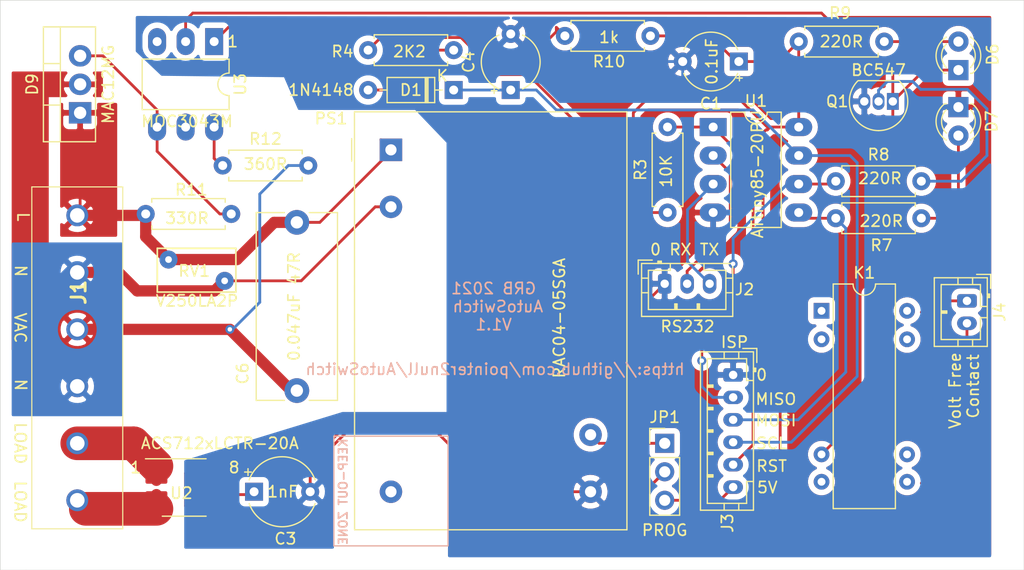
<source format=kicad_pcb>
(kicad_pcb (version 20211014) (generator pcbnew)
  (layers (0 "F.Cu" signal) (31 "B.Cu" signal) (34 "B.Paste" user) (35 "F.Paste" user) (36 "B.SilkS" user "B.Silkscreen") (37 "F.SilkS" user "F.Silkscreen") (38 "B.Mask" user) (39 "F.Mask" user) (44 "Edge.Cuts" user))
  (net 0 "")
  (net 1 "VCC")
  (net 2 "0V")
  (net 3 "Net-(C3-Pad1)")
  (net 4 "SCL")
  (net 5 "HOT")
  (net 6 "VAC")
  (net 7 "Net-(D1-Pad2)")
  (net 8 "Net-(D6-Pad2)")
  (net 9 "Net-(D6-Pad1)")
  (net 10 "Net-(D7-Pad2)")
  (net 11 "Net-(D9-Pad3)")
  (net 12 "NEUTRAL")
  (net 13 "LOAD")
  (net 14 "TX")
  (net 15 "RX")
  (net 16 "MISO")
  (net 17 "MOSI")
  (net 18 "RESET")
  (net 19 "SW2")
  (net 20 "SW1")
  (net 21 "Net-(JP1-Pad1)")
  (net 22 "+5V")
  (net 23 "Net-(PS1-Pad3)")
  (net 24 "Net-(Q1-Pad2)")
  (net 25 "Net-(R4-Pad2)")
  (net 26 "Net-(R10-Pad2)")
  (net 27 "Net-(R12-Pad1)")
  (net 28 "Net-(U3-Pad5)")
  (net 29 "Net-(U3-Pad3)")
  (net 30 "LOAD1")
  (footprint "Capacitor_THT:CP_Radial_Tantal_D5.0mm_P5.00mm" (layer "F.Cu") (at 170.18 82.931 180)
    (fp_text reference "C1" (at 2.5 -3.75) (layer "F.SilkS"))
    (fp_text value "0.1uF" (at 2.413 0 90) (layer "F.SilkS"))
    (pad "1" thru_hole rect locked (at 0 0 180) (size 1.6 1.6) (drill 0.8) (layers *.Cu *.Mask) (net 1 "VCC"))
    (pad "2" thru_hole circle locked (at 5 0 180) (size 1.6 1.6) (drill 0.8) (layers *.Cu *.Mask) (net 2 "0V"))
  )
  (footprint "Capacitor_THT:CP_Radial_Tantal_D6.0mm_P5.00mm" (layer "F.Cu") (at 127 121.285)
    (fp_text reference "C3" (at 2.794 4.191) (layer "F.SilkS"))
    (fp_text value "1nF" (at 2.54 0) (layer "F.SilkS"))
    (pad "1" thru_hole rect locked (at 0 0) (size 1.6 1.6) (drill 0.8) (layers *.Cu *.Mask) (net 3 "Net-(C3-Pad1)"))
    (pad "2" thru_hole circle locked (at 5 0) (size 1.6 1.6) (drill 0.8) (layers *.Cu *.Mask) (net 2 "0V"))
  )
  (footprint "Capacitor_THT:CP_Radial_Tantal_D5.0mm_P5.00mm" (layer "F.Cu") (at 149.86 85.471 90)
    (fp_text reference "C4" (at 2.5 -3.75 90) (layer "F.SilkS"))
    (fp_text value "10pF")
    (pad "1" thru_hole rect locked (at 0 0 90) (size 1.6 1.6) (drill 0.8) (layers *.Cu *.Mask) (net 4 "SCL"))
    (pad "2" thru_hole circle locked (at 5 0 90) (size 1.6 1.6) (drill 0.8) (layers *.Cu *.Mask) (net 2 "0V"))
  )
  (footprint "Diode_THT:D_DO-35_SOD27_P7.62mm_Horizontal" (layer "F.Cu") (at 144.78 85.471 180)
    (fp_text reference "D1" (at 3.81 0) (layer "F.SilkS"))
    (fp_text value "1N4148" (at 11.811 0) (layer "F.SilkS"))
    (fp_text user "K" (at 1.016 1.27) (layer "F.SilkS"))
    (pad "1" thru_hole rect locked (at 0 0 180) (size 1.6 1.6) (drill 0.8) (layers *.Cu *.Mask) (net 4 "SCL"))
    (pad "2" thru_hole oval locked (at 7.62 0 180) (size 1.6 1.6) (drill 0.8) (layers *.Cu *.Mask) (net 7 "Net-(D1-Pad2)"))
  )
  (footprint "LED_THT:LED_D3.0mm" (layer "F.Cu") (at 189.738 83.693 90)
    (fp_text reference "D6" (at 1.397 3.048 90) (layer "F.SilkS"))
    (fp_text value "RED LED")
    (pad "1" thru_hole rect locked (at 0 0 90) (size 1.8 1.8) (drill 0.9) (layers *.Cu *.Mask) (net 9 "Net-(D6-Pad1)"))
    (pad "2" thru_hole circle locked (at 2.54 0 90) (size 1.8 1.8) (drill 0.9) (layers *.Cu *.Mask) (net 8 "Net-(D6-Pad2)"))
  )
  (footprint "LED_THT:LED_D3.0mm" (layer "F.Cu") (at 189.738 86.995 -90)
    (fp_text reference "D7" (at 1.27 -2.96 90) (layer "F.SilkS"))
    (fp_text value "ORANGE LED")
    (pad "1" thru_hole rect locked (at 0 0 270) (size 1.8 1.8) (drill 0.9) (layers *.Cu *.Mask) (net 2 "0V"))
    (pad "2" thru_hole circle locked (at 2.54 0 270) (size 1.8 1.8) (drill 0.9) (layers *.Cu *.Mask) (net 10 "Net-(D7-Pad2)"))
  )
  (footprint "Package_TO_SOT_THT:TO-220-3_Vertical" (layer "F.Cu") (at 111.506 87.503 90)
    (fp_text reference "D9" (at 2.54 -4.27 90) (layer "F.SilkS"))
    (fp_text value "MAC12MG" (at 2.54 2.5 90) (layer "F.SilkS"))
    (pad "1" thru_hole rect locked (at 0 0 90) (size 1.905 2) (drill 1.1) (layers *.Cu *.Mask) (net 5 "HOT"))
    (pad "2" thru_hole oval locked (at 2.54 0 90) (size 1.905 2) (drill 1.1) (layers *.Cu *.Mask) (net 6 "VAC"))
    (pad "3" thru_hole oval locked (at 5.08 0 90) (size 1.905 2) (drill 1.1) (layers *.Cu *.Mask) (net 11 "Net-(D9-Pad3)"))
  )
  (footprint "Samsys:1729160" (layer "F.Cu") (at 111.252 96.647 -90)
    (fp_text reference "J1" (at 6.858 -0.127 90) (layer "F.SilkS") (effects (font (size 1.27 1.27) (thickness 0.254))))
    (fp_text value "Mains" hide)
    (pad "1" thru_hole circle locked (at 0 0 270) (size 1.95 1.95) (drill 1.3) (layers *.Cu *.Mask) (net 5 "HOT"))
    (pad "2" thru_hole circle locked (at 5.08 0 270) (size 1.95 1.95) (drill 1.3) (layers *.Cu *.Mask) (net 12 "NEUTRAL"))
    (pad "3" thru_hole circle locked (at 10.16 0 270) (size 1.95 1.95) (drill 1.3) (layers *.Cu *.Mask) (net 6 "VAC"))
    (pad "4" thru_hole circle locked (at 15.24 0 270) (size 1.95 1.95) (drill 1.3) (layers *.Cu *.Mask) (net 12 "NEUTRAL"))
    (pad "5" thru_hole circle locked (at 20.32 0 270) (size 1.95 1.95) (drill 1.3) (layers *.Cu *.Mask) (net 30 "LOAD1"))
    (pad "6" thru_hole circle locked (at 25.4 0 270) (size 1.95 1.95) (drill 1.3) (layers *.Cu *.Mask) (net 13 "LOAD"))
  )
  (footprint "Connector_JST:JST_PH_B3B-PH-K_1x03_P2.00mm_Vertical" (layer "F.Cu") (at 163.576 102.743)
    (fp_text reference "J2" (at 7.112 0.508) (layer "F.SilkS"))
    (fp_text value "RS232")
    (pad "1" thru_hole roundrect locked (at 0 0) (size 1.2 1.75) (drill 0.75) (layers *.Cu *.Mask) (roundrect_rratio 0.2083325) (net 2 "0V"))
    (pad "2" thru_hole oval locked (at 2 0) (size 1.2 1.75) (drill 0.75) (layers *.Cu *.Mask) (net 14 "TX"))
    (pad "3" thru_hole oval locked (at 4 0) (size 1.2 1.75) (drill 0.75) (layers *.Cu *.Mask) (net 15 "RX"))
  )
  (footprint "Connector_JST:JST_PH_B6B-PH-K_1x06_P2.00mm_Vertical" (layer "F.Cu") (at 169.672 110.871 -90)
    (fp_text reference "J3" (at 13.208 0.508 90) (layer "F.SilkS"))
    (fp_text value "ISP")
    (pad "1" thru_hole roundrect locked (at 0 0 270) (size 1.2 1.75) (drill 0.75) (layers *.Cu *.Mask) (roundrect_rratio 0.2083325) (net 2 "0V"))
    (pad "2" thru_hole oval locked (at 2 0 270) (size 1.2 1.75) (drill 0.75) (layers *.Cu *.Mask) (net 16 "MISO"))
    (pad "3" thru_hole oval locked (at 4 0 270) (size 1.2 1.75) (drill 0.75) (layers *.Cu *.Mask) (net 17 "MOSI"))
    (pad "4" thru_hole oval locked (at 6 0 270) (size 1.2 1.75) (drill 0.75) (layers *.Cu *.Mask) (net 4 "SCL"))
    (pad "5" thru_hole oval locked (at 8 0 270) (size 1.2 1.75) (drill 0.75) (layers *.Cu *.Mask) (net 18 "RESET"))
    (pad "6" thru_hole oval locked (at 10 0 270) (size 1.2 1.75) (drill 0.75) (layers *.Cu *.Mask) (net 22 "+5V"))
  )
  (footprint "Connector_JST:JST_PH_B2B-PH-K_1x02_P2.00mm_Vertical" (layer "F.Cu") (at 190.5 104.267 -90)
    (fp_text reference "J4" (at 1 -2.9 90) (layer "F.SilkS"))
    (fp_text value "VoltFreeContact")
    (pad "1" thru_hole roundrect locked (at 0 0 270) (size 1.2 1.75) (drill 0.75) (layers *.Cu *.Mask) (roundrect_rratio 0.2083325) (net 19 "SW2"))
    (pad "2" thru_hole oval locked (at 2 0 270) (size 1.2 1.75) (drill 0.75) (layers *.Cu *.Mask) (net 20 "SW1"))
  )
  (footprint "Relay_THT:Relay_StandexMeder_DIP_LowProfile" (layer "F.Cu") (at 177.546 105.156)
    (fp_text reference "K1" (at 3.81 -3.39) (layer "F.SilkS"))
    (fp_text value "HE721A0510")
    (pad "1" thru_hole rect locked (at 0 0) (size 1.4 1.4) (drill 0.7) (layers *.Cu *.Mask))
    (pad "2" thru_hole circle locked (at 0 2.54) (size 1.4 1.4) (drill 0.7) (layers *.Cu *.Mask) (net 1 "VCC"))
    (pad "6" thru_hole circle locked (at 0 12.8) (size 1.4 1.4) (drill 0.7) (layers *.Cu *.Mask) (net 9 "Net-(D6-Pad1)"))
    (pad "7" thru_hole circle locked (at 0 15.24) (size 1.4 1.4) (drill 0.7) (layers *.Cu *.Mask))
    (pad "8" thru_hole circle locked (at 7.62 15.24) (size 1.4 1.4) (drill 0.7) (layers *.Cu *.Mask) (net 20 "SW1"))
    (pad "9" thru_hole circle locked (at 7.62 12.8) (size 1.4 1.4) (drill 0.7) (layers *.Cu *.Mask))
    (pad "13" thru_hole circle locked (at 7.62 2.54) (size 1.4 1.4) (drill 0.7) (layers *.Cu *.Mask))
    (pad "14" thru_hole circle locked (at 7.62 0) (size 1.4 1.4) (drill 0.7) (layers *.Cu *.Mask) (net 19 "SW2"))
  )
  (footprint "Converter_ACDC:Converter_ACDC_RECOM_RAC04-xxSGx_THT" (layer "F.Cu") (at 139.192 90.805)
    (fp_text reference "PS1" (at -5.334 -2.794 180) (layer "F.SilkS"))
    (fp_text value "RAC04-05SGA" (at 15 15 -90) (layer "F.SilkS"))
    (fp_text user "KEEP-OUT ZONE" (at -4.26 30.48 90) (layer "B.SilkS") (effects (font (size 0.75 0.75)) (justify mirror)))
    (pad "1" thru_hole rect locked (at 0 0 90) (size 2 2) (drill 1) (layers *.Cu *.Mask) (net 5 "HOT"))
    (pad "2" thru_hole circle locked (at 0 5.08 90) (size 2 2) (drill 1) (layers *.Cu *.Mask) (net 12 "NEUTRAL"))
    (pad "3" thru_hole circle locked (at 0 30.48 180) (size 2 2) (drill 1) (layers *.Cu *.Mask) (net 23 "Net-(PS1-Pad3)"))
    (pad "4" thru_hole circle locked (at 17.78 30.48 90) (size 2 2) (drill 1) (layers *.Cu *.Mask) (net 2 "0V"))
    (pad "5" thru_hole circle locked (at 17.78 25.4 90) (size 2 2) (drill 1) (layers *.Cu *.Mask) (net 21 "Net-(JP1-Pad1)"))
  )
  (footprint "Resistor_THT:R_Axial_DIN0207_L6.3mm_D2.5mm_P7.62mm_Horizontal" (layer "F.Cu") (at 163.83 88.773 -90)
    (fp_text reference "R3" (at 3.81 2.413 90) (layer "F.SilkS"))
    (fp_text value "10K" (at 3.937 0.127 90) (layer "F.SilkS"))
    (pad "1" thru_hole circle locked (at 0 0 270) (size 1.6 1.6) (drill 0.8) (layers *.Cu *.Mask) (net 18 "RESET"))
    (pad "2" thru_hole oval locked (at 7.62 0 270) (size 1.6 1.6) (drill 0.8) (layers *.Cu *.Mask) (net 1 "VCC"))
  )
  (footprint "Resistor_THT:R_Axial_DIN0207_L6.3mm_D2.5mm_P7.62mm_Horizontal" (layer "F.Cu") (at 144.78 81.915 180)
    (fp_text reference "R4" (at 9.906 -0.127) (layer "F.SilkS"))
    (fp_text value "2K2" (at 3.937 -0.127) (layer "F.SilkS"))
    (pad "1" thru_hole circle locked (at 0 0 180) (size 1.6 1.6) (drill 0.8) (layers *.Cu *.Mask) (net 7 "Net-(D1-Pad2)"))
    (pad "2" thru_hole oval locked (at 7.62 0 180) (size 1.6 1.6) (drill 0.8) (layers *.Cu *.Mask) (net 25 "Net-(R4-Pad2)"))
  )
  (footprint "Resistor_THT:R_Axial_DIN0207_L6.3mm_D2.5mm_P7.62mm_Horizontal" (layer "F.Cu") (at 178.816 96.901)
    (fp_text reference "R7" (at 4.064 2.413) (layer "F.SilkS"))
    (fp_text value "220R" (at 4.064 0.254) (layer "F.SilkS"))
    (pad "1" thru_hole circle locked (at 0 0) (size 1.6 1.6) (drill 0.8) (layers *.Cu *.Mask) (net 17 "MOSI"))
    (pad "2" thru_hole oval locked (at 7.62 0) (size 1.6 1.6) (drill 0.8) (layers *.Cu *.Mask) (net 10 "Net-(D7-Pad2)"))
  )
  (footprint "Resistor_THT:R_Axial_DIN0207_L6.3mm_D2.5mm_P7.62mm_Horizontal" (layer "F.Cu") (at 178.816 93.599)
    (fp_text reference "R8" (at 3.81 -2.37) (layer "F.SilkS"))
    (fp_text value "220R" (at 3.937 -0.254) (layer "F.SilkS"))
    (pad "1" thru_hole circle locked (at 0 0) (size 1.6 1.6) (drill 0.8) (layers *.Cu *.Mask) (net 16 "MISO"))
    (pad "2" thru_hole oval locked (at 7.62 0) (size 1.6 1.6) (drill 0.8) (layers *.Cu *.Mask) (net 24 "Net-(Q1-Pad2)"))
  )
  (footprint "Resistor_THT:R_Axial_DIN0207_L6.3mm_D2.5mm_P7.62mm_Horizontal" (layer "F.Cu") (at 175.514 81.153)
    (fp_text reference "R9" (at 3.683 -2.54) (layer "F.SilkS"))
    (fp_text value "220R" (at 3.81 0) (layer "F.SilkS"))
    (pad "1" thru_hole circle locked (at 0 0) (size 1.6 1.6) (drill 0.8) (layers *.Cu *.Mask) (net 1 "VCC"))
    (pad "2" thru_hole oval locked (at 7.62 0) (size 1.6 1.6) (drill 0.8) (layers *.Cu *.Mask) (net 8 "Net-(D6-Pad2)"))
  )
  (footprint "Resistor_THT:R_Axial_DIN0207_L6.3mm_D2.5mm_P7.62mm_Horizontal" (layer "F.Cu") (at 162.306 80.645 180)
    (fp_text reference "R10" (at 3.683 -2.286) (layer "F.SilkS"))
    (fp_text value "1k" (at 3.683 -0.127) (layer "F.SilkS"))
    (pad "1" thru_hole circle locked (at 0 0 180) (size 1.6 1.6) (drill 0.8) (layers *.Cu *.Mask) (net 1 "VCC"))
    (pad "2" thru_hole oval locked (at 7.62 0 180) (size 1.6 1.6) (drill 0.8) (layers *.Cu *.Mask) (net 26 "Net-(R10-Pad2)"))
  )
  (footprint "Resistor_THT:R_Axial_DIN0207_L6.3mm_D2.5mm_P7.62mm_Horizontal" (layer "F.Cu") (at 124.968 96.52 180)
    (fp_text reference "R11" (at 3.556 2.159) (layer "F.SilkS"))
    (fp_text value "330R" (at 3.937 -0.381) (layer "F.SilkS"))
    (pad "1" thru_hole circle locked (at 0 0 180) (size 1.6 1.6) (drill 0.8) (layers *.Cu *.Mask) (net 11 "Net-(D9-Pad3)"))
    (pad "2" thru_hole oval locked (at 7.62 0 180) (size 1.6 1.6) (drill 0.8) (layers *.Cu *.Mask) (net 5 "HOT"))
  )
  (footprint "Varistor:RV_Disc_D7mm_W3.9mm_P5mm" (layer "F.Cu") (at 119.38 100.584)
    (fp_text reference "RV1" (at 2.286 1.016) (layer "F.SilkS"))
    (fp_text value "V250LA2P" (at 2.54 3.683) (layer "F.SilkS"))
    (pad "1" thru_hole circle locked (at 0 0) (size 1.6 1.6) (drill 0.6) (layers *.Cu *.Mask) (net 5 "HOT"))
    (pad "2" thru_hole circle locked (at 5 1.9) (size 1.6 1.6) (drill 0.6) (layers *.Cu *.Mask) (net 12 "NEUTRAL"))
  )
  (footprint "Package_DIP:DIP-8_W7.62mm_LongPads" (layer "F.Cu") (at 167.894 88.773)
    (fp_text reference "U1" (at 3.81 -2.33) (layer "F.SilkS"))
    (fp_text value "ATtiny85-20PU" (at 3.937 4.191 90) (layer "F.SilkS"))
    (pad "1" thru_hole rect locked (at 0 0) (size 2.4 1.6) (drill 0.8) (layers *.Cu *.Mask) (net 18 "RESET"))
    (pad "2" thru_hole oval locked (at 0 2.54) (size 2.4 1.6) (drill 0.8) (layers *.Cu *.Mask) (net 14 "TX"))
    (pad "3" thru_hole oval locked (at 0 5.08) (size 2.4 1.6) (drill 0.8) (layers *.Cu *.Mask) (net 15 "RX"))
    (pad "4" thru_hole oval locked (at 0 7.62) (size 2.4 1.6) (drill 0.8) (layers *.Cu *.Mask) (net 2 "0V"))
    (pad "5" thru_hole oval locked (at 7.62 7.62) (size 2.4 1.6) (drill 0.8) (layers *.Cu *.Mask) (net 17 "MOSI"))
    (pad "6" thru_hole oval locked (at 7.62 5.08) (size 2.4 1.6) (drill 0.8) (layers *.Cu *.Mask) (net 16 "MISO"))
    (pad "7" thru_hole oval locked (at 7.62 2.54) (size 2.4 1.6) (drill 0.8) (layers *.Cu *.Mask) (net 4 "SCL"))
    (pad "8" thru_hole oval locked (at 7.62 0) (size 2.4 1.6) (drill 0.8) (layers *.Cu *.Mask) (net 1 "VCC"))
  )
  (footprint "Package_SO:SOIC-8_3.9x4.9mm_P1.27mm" (layer "F.Cu") (at 120.777 120.904)
    (fp_text reference "U2" (at -0.254 0.508) (layer "F.SilkS"))
    (fp_text value "ACS712xLCTR-20A" (at 3.175 -3.937 180) (layer "F.SilkS"))
    (pad "1" smd roundrect locked (at -2.475 -1.905) (size 1.95 0.6) (layers "F.Cu" "F.Paste" "F.Mask") (net 30 "LOAD1"))
    (pad "2" smd roundrect locked (at -2.475 -0.635) (size 1.95 0.6) (layers "F.Cu" "F.Paste" "F.Mask") (net 30 "LOAD1"))
    (pad "3" smd roundrect locked (at -2.475 0.635) (size 1.95 0.6) (layers "F.Cu" "F.Paste" "F.Mask") (net 13 "LOAD"))
    (pad "4" smd roundrect locked (at -2.475 1.905) (size 1.95 0.6) (layers "F.Cu" "F.Paste" "F.Mask") (net 13 "LOAD"))
    (pad "5" smd roundrect locked (at 2.475 1.905) (size 1.95 0.6) (layers "F.Cu" "F.Paste" "F.Mask") (net 2 "0V"))
    (pad "6" smd roundrect locked (at 2.475 0.635) (size 1.95 0.6) (layers "F.Cu" "F.Paste" "F.Mask") (net 3 "Net-(C3-Pad1)"))
    (pad "7" smd roundrect locked (at 2.475 -0.635) (size 1.95 0.6) (layers "F.Cu" "F.Paste" "F.Mask") (net 25 "Net-(R4-Pad2)"))
    (pad "8" smd roundrect locked (at 2.475 -1.905) (size 1.95 0.6) (layers "F.Cu" "F.Paste" "F.Mask") (net 1 "VCC"))
  )
  (footprint "Package_DIP:DIP-6_W7.62mm_LongPads" (layer "F.Cu") (at 123.444 81.153 -90)
    (fp_text reference "U3" (at 3.81 -2.33 90) (layer "F.SilkS"))
    (fp_text value "MOC3043M" (at 7.112 2.413 180) (layer "F.SilkS"))
    (pad "1" thru_hole rect locked (at 0 0 270) (size 2.4 1.6) (drill 0.8) (layers *.Cu *.Mask) (net 26 "Net-(R10-Pad2)"))
    (pad "2" thru_hole oval locked (at 0 2.54 270) (size 2.4 1.6) (drill 0.8) (layers *.Cu *.Mask) (net 9 "Net-(D6-Pad1)"))
    (pad "3" thru_hole oval locked (at 0 5.08 270) (size 2.4 1.6) (drill 0.8) (layers *.Cu *.Mask) (net 29 "Net-(U3-Pad3)"))
    (pad "4" thru_hole oval locked (at 7.62 5.08 270) (size 2.4 1.6) (drill 0.8) (layers *.Cu *.Mask) (net 11 "Net-(D9-Pad3)"))
    (pad "5" thru_hole oval locked (at 7.62 2.54 270) (size 2.4 1.6) (drill 0.8) (layers *.Cu *.Mask) (net 28 "Net-(U3-Pad5)"))
    (pad "6" thru_hole oval locked (at 7.62 0 270) (size 2.4 1.6) (drill 0.8) (layers *.Cu *.Mask) (net 27 "Net-(R12-Pad1)"))
  )
  (footprint "Capacitor_THT:C_Rect_L16.5mm_W7.0mm_P15.00mm_MKT" (layer "F.Cu") (at 130.81 112.268 90)
    (fp_text reference "C6" (at 1.524 -4.826 90) (layer "F.SilkS"))
    (fp_text value "0.047uF 47R" (at 7.493 -0.254 90) (layer "F.SilkS"))
    (pad "1" thru_hole circle locked (at 0 0 90) (size 2.2 2.2) (drill 1.1) (layers *.Cu *.Mask) (net 6 "VAC"))
    (pad "2" thru_hole circle locked (at 15 0 90) (size 2.2 2.2) (drill 1.1) (layers *.Cu *.Mask) (net 5 "HOT"))
  )
  (footprint "Package_TO_SOT_THT:TO-92_Inline" (layer "F.Cu") (at 183.896 86.487 180)
    (fp_text reference "Q1" (at 4.953 0) (layer "F.SilkS"))
    (fp_text value "BC547" (at 1.27 2.79) (layer "F.SilkS"))
    (pad "1" thru_hole rect locked (at 0 0 180) (size 1.05 1.5) (drill 0.75) (layers *.Cu *.Mask) (net 9 "Net-(D6-Pad1)"))
    (pad "2" thru_hole oval locked (at 1.27 0 180) (size 1.05 1.5) (drill 0.75) (layers *.Cu *.Mask) (net 24 "Net-(Q1-Pad2)"))
    (pad "3" thru_hole oval locked (at 2.54 0 180) (size 1.05 1.5) (drill 0.75) (layers *.Cu *.Mask) (net 2 "0V"))
  )
  (footprint "Resistor_THT:R_Axial_DIN0207_L6.3mm_D2.5mm_P7.62mm_Horizontal" (layer "F.Cu") (at 124.206 92.202)
    (fp_text reference "R12" (at 3.81 -2.37) (layer "F.SilkS"))
    (fp_text value "360R" (at 3.81 -0.127) (layer "F.SilkS"))
    (pad "1" thru_hole circle locked (at 0 0) (size 1.6 1.6) (drill 0.8) (layers *.Cu *.Mask) (net 27 "Net-(R12-Pad1)"))
    (pad "2" thru_hole oval locked (at 7.62 0) (size 1.6 1.6) (drill 0.8) (layers *.Cu *.Mask) (net 6 "VAC"))
  )
  (footprint "Connector_PinHeader_2.54mm:PinHeader_1x03_P2.54mm_Vertical" (layer "F.Cu") (at 163.576 116.967)
    (fp_text reference "JP1" (at 0 -2.33) (layer "F.SilkS"))
    (fp_text value "Program")
    (pad "1" thru_hole rect locked (at 0 0) (size 1.7 1.7) (drill 1) (layers *.Cu *.Mask) (net 21 "Net-(JP1-Pad1)"))
    (pad "2" thru_hole oval locked (at 0 2.54) (size 1.7 1.7) (drill 1) (layers *.Cu *.Mask) (net 1 "VCC"))
    (pad "3" thru_hole oval locked (at 0 5.08) (size 1.7 1.7) (drill 1) (layers *.Cu *.Mask) (net 22 "+5V"))
  )
  (gr_line (start 134.112 116.332) (end 134.239 116.332) (layer "B.SilkS") (width 0.12))
  (gr_line (start 144.272 116.332) (end 144.272 126.111) (layer "B.SilkS") (width 0.12))
  (gr_line (start 144.272 126.111) (end 134.112 126.111) (layer "B.SilkS") (width 0.12))
  (gr_line (start 134.112 126.111) (end 134.112 116.332) (layer "B.SilkS") (width 0.12))
  (gr_line (start 134.239 116.332) (end 144.272 116.332) (layer "B.SilkS") (width 0.12))
  (gr_line (start 104.394 128.27) (end 106.68 128.27) (layer "Edge.Cuts") (width 0.05))
  (gr_line (start 195.58 128.27) (end 106.68 128.27) (layer "Edge.Cuts") (width 0.05))
  (gr_line (start 104.394 77.47) (end 104.394 128.27) (layer "Edge.Cuts") (width 0.05))
  (gr_line (start 195.58 77.47) (end 104.394 77.47) (layer "Edge.Cuts") (width 0.05))
  (gr_line (start 195.58 77.47) (end 195.58 128.27) (layer "Edge.Cuts") (width 0.05))
  (gr_text "GRB 2021\nAutoSwitch \nV1.1" (at 148.336 104.775) (layer "B.SilkS") (effects (font (size 1 1)) (justify mirror)))
  (gr_text "https://github.com/pointer2null/AutoSwitch" (at 148.463 110.363) (layer "B.SilkS") (effects (font (size 1 1)) (justify mirror)))
  (gr_text "N" (at 106.299 101.6 90) (layer "F.SilkS") (effects (font (size 1 1))))
  (gr_text "8" (at 125.222 119.126) (layer "F.SilkS") (effects (font (size 1 1))))
  (gr_text "N" (at 106.299 111.76 90) (layer "F.SilkS") (effects (font (size 1 1))))
  (gr_text "0" (at 172.212 110.871) (layer "F.SilkS") (effects (font (size 1 1))))
  (gr_text "0 RX TX" (at 165.354 99.695) (layer "F.SilkS") (effects (font (size 1 1))))
  (gr_text "PROG" (at 163.576 124.714) (layer "F.SilkS") (effects (font (size 1 1))))
  (gr_text "VAC" (at 106.172 106.68 270) (layer "F.SilkS") (effects (font (size 1 1))))
  (gr_text "1" (at 125.095 81.153) (layer "F.SilkS") (effects (font (size 1 1))))
  (gr_text "MISO" (at 173.482 113.03) (layer "F.SilkS") (effects (font (size 1 1))))
  (gr_text "5V" (at 172.72 120.904) (layer "F.SilkS") (effects (font (size 1 1))))
  (gr_text "ISP" (at 169.799 107.95) (layer "F.SilkS") (effects (font (size 1 1))))
  (gr_text "L" (at 106.426 96.774 270) (layer "F.SilkS") (effects (font (size 1 1))))
  (gr_text "RS232" (at 165.608 106.553) (layer "F.SilkS") (effects (font (size 1 1))))
  (gr_text "1" (at 116.459 119.126) (layer "F.SilkS") (effects (font (size 1 1))))
  (gr_text "MOSI" (at 173.482 114.935) (layer "F.SilkS") (effects (font (size 1 1))))
  (gr_text "SCL" (at 173.101 116.967) (layer "F.SilkS") (effects (font (size 1 1))))
  (gr_text "Volt Free \nContact" (at 190.246 111.887 90) (layer "F.SilkS") (effects (font (size 1 1))))
  (gr_text "LOAD" (at 106.172 122.174 270) (layer "F.SilkS") (effects (font (size 1 1))))
  (gr_text "LOAD" (at 106.172 116.967 270) (layer "F.SilkS") (effects (font (size 1 1))))
  (gr_text "RST" (at 173.101 118.999) (layer "F.SilkS") (effects (font (size 1 1))))
  (segment (start 172.974 88.773) (end 172.72 89.027) (width 0.25) (layer "F.Cu") (net 1))
  (segment (start 173.863 120.777) (end 170.3705 124.2695) (width 0.25) (layer "F.Cu") (net 1))
  (segment (start 135.255 115.951) (end 133.985 117.221) (width 0.25) (layer "F.Cu") (net 1))
  (segment (start 161.036 123.571) (end 161.7345 124.2695) (width 0.25) (layer "F.Cu") (net 1))
  (segment (start 133.985 117.221) (end 133.985 123.317) (width 0.25) (layer "F.Cu") (net 1))
  (segment (start 170.18 82.931) (end 173.736 82.931) (width 0.25) (layer "F.Cu") (net 1))
  (segment (start 172.339 106.299) (end 173.863 107.823) (width 0.25) (layer "F.Cu") (net 1))
  (segment (start 173.863 107.823) (end 173.863 120.777) (width 0.25) (layer "F.Cu") (net 1))
  (segment (start 161.7345 124.2695) (end 161.798 124.333) (width 0.25) (layer "F.Cu") (net 1))
  (segment (start 133.985 123.317) (end 132.842 124.46) (width 0.25) (layer "F.Cu") (net 1))
  (segment (start 144.78 121.793) (end 144.78 117.475) (width 0.25) (layer "F.Cu") (net 1))
  (segment (start 144.78 117.475) (end 143.256 115.951) (width 0.25) (layer "F.Cu") (net 1))
  (segment (start 163.576 119.507) (end 159.004 124.079) (width 0.25) (layer "F.Cu") (net 1))
  (segment (start 132.842 124.46) (end 122.809 124.46) (width 0.25) (layer "F.Cu") (net 1))
  (segment (start 161.036 122.047) (end 161.036 123.571) (width 0.25) (layer "F.Cu") (net 1))
  (segment (start 170.3705 124.2695) (end 169.5815 124.2695) (width 0.25) (layer "F.Cu") (net 1))
  (segment (start 120.904 119.634) (end 121.539 118.999) (width 0.25) (layer "F.Cu") (net 1))
  (segment (start 161.798 86.487) (end 160.782 87.503) (width 0.25) (layer "F.Cu") (net 1))
  (segment (start 163.576 119.507) (end 161.036 122.047) (width 0.25) (layer "F.Cu") (net 1))
  (segment (start 159.004 124.079) (end 147.066 124.079) (width 0.25) (layer "F.Cu") (net 1))
  (segment (start 147.066 124.079) (end 144.78 121.793) (width 0.25) (layer "F.Cu") (net 1))
  (segment (start 160.782 87.503) (end 160.782 95.25) (width 0.25) (layer "F.Cu") (net 1))
  (segment (start 173.736 82.931) (end 175.514 81.153) (width 0.25) (layer "F.Cu") (net 1))
  (segment (start 161.925 96.393) (end 163.83 96.393) (width 0.25) (layer "F.Cu") (net 1))
  (segment (start 170.434 86.487) (end 161.798 86.487) (width 0.25) (layer "F.Cu") (net 1))
  (segment (start 173.863 107.823) (end 175.768 107.823) (width 0.25) (layer "F.Cu") (net 1))
  (segment (start 169.926 82.931) (end 170.18 82.931) (width 0.25) (layer "F.Cu") (net 1))
  (segment (start 175.514 88.773) (end 172.974 88.773) (width 0.25) (layer "F.Cu") (net 1))
  (segment (start 122.809 124.46) (end 120.904 122.555) (width 0.25) (layer "F.Cu") (net 1))
  (segment (start 143.256 115.951) (end 135.255 115.951) (width 0.25) (layer "F.Cu") (net 1))
  (segment (start 172.339 89.281) (end 172.339 106.299) (width 0.25) (layer "F.Cu") (net 1))
  (segment (start 121.539 118.999) (end 123.252 118.999) (width 0.25) (layer "F.Cu") (net 1))
  (segment (start 160.782 95.25) (end 161.925 96.393) (width 0.25) (layer "F.Cu") (net 1))
  (segment (start 167.64 80.645) (end 169.926 82.931) (width 0.25) (layer "F.Cu") (net 1))
  (segment (start 172.72 89.027) (end 172.593 89.027) (width 0.25) (layer "F.Cu") (net 1))
  (segment (start 169.5815 124.2695) (end 161.7345 124.2695) (width 0.25) (layer "F.Cu") (net 1))
  (segment (start 120.904 122.555) (end 120.904 119.634) (width 0.25) (layer "F.Cu") (net 1))
  (segment (start 172.72 88.773) (end 170.434 86.487) (width 0.25) (layer "F.Cu") (net 1))
  (segment (start 162.306 80.645) (end 167.64 80.645) (width 0.25) (layer "F.Cu") (net 1))
  (segment (start 175.514 88.773) (end 175.514 81.153) (width 0.25) (layer "F.Cu") (net 1))
  (segment (start 172.593 89.027) (end 172.339 89.281) (width 0.25) (layer "F.Cu") (net 1))
  (segment (start 172.974 88.773) (end 172.72 88.773) (width 0.25) (layer "F.Cu") (net 1))
  (segment (start 144.583991 115.500991) (end 135.068599 115.500991) (width 0.25) (layer "F.Cu") (net 2))
  (segment (start 132 118.56959) (end 132 121.285) (width 0.25) (layer "F.Cu") (net 2))
  (segment (start 135.068599 115.500991) (end 132 118.56959) (width 0.25) (layer "F.Cu") (net 2))
  (segment (start 163.83 102.489) (end 163.576 102.743) (width 0.25) (layer "F.Cu") (net 2))
  (segment (start 156.972 121.285) (end 150.368 121.285) (width 0.25) (layer "F.Cu") (net 2))
  (segment (start 150.368 121.285) (end 144.583991 115.500991) (width 0.25) (layer "F.Cu") (net 2))
  (segment (start 156.972 121.285) (end 152.4 116.713) (width 0.25) (layer "F.Cu") (net 2))
  (segment (start 165.14 82.971) (end 165.18 82.931) (width 0.25) (layer "F.Cu") (net 2))
  (segment (start 152.4 113.919) (end 163.576 102.743) (width 0.25) (layer "F.Cu") (net 2))
  (segment (start 130.476 122.809) (end 132 121.285) (width 0.25) (layer "F.Cu") (net 2))
  (segment (start 152.4 116.713) (end 152.4 113.919) (width 0.25) (layer "F.Cu") (net 2))
  (segment (start 165.1 110.871) (end 163.576 109.347) (width 0.25) (layer "F.Cu") (net 2))
  (segment (start 169.672 110.871) (end 165.1 110.871) (width 0.25) (layer "F.Cu") (net 2))
  (segment (start 163.576 109.347) (end 163.576 102.743) (width 0.25) (layer "F.Cu") (net 2))
  (segment (start 123.252 122.809) (end 130.476 122.809) (width 0.25) (layer "F.Cu") (net 2))
  (segment (start 189.738 86.995) (end 187.96 86.995) (width 0.25) (layer "B.Cu") (net 2))
  (segment (start 165.18 82.931) (end 165.18 86.233) (width 0.25) (layer "B.Cu") (net 2))
  (segment (start 181.356 86.487) (end 165.434 86.487) (width 0.25) (layer "B.Cu") (net 2))
  (segment (start 185.674 89.281) (end 183.15 89.281) (width 0.25) (layer "B.Cu") (net 2))
  (segment (start 181.356 87.487) (end 181.356 86.487) (width 0.25) (layer "B.Cu") (net 2))
  (segment (start 149.86 80.471) (end 152.32 82.931) (width 0.25) (layer "B.Cu") (net 2))
  (segment (start 165.18 86.233) (end 165.434 86.487) (width 0.25) (layer "B.Cu") (net 2))
  (segment (start 187.96 86.995) (end 185.674 89.281) (width 0.25) (layer "B.Cu") (net 2))
  (segment (start 152.32 82.931) (end 165.18 82.931) (width 0.25) (layer "B.Cu") (net 2))
  (segment (start 183.15 89.281) (end 181.356 87.487) (width 0.25) (layer "B.Cu") (net 2))
  (segment (start 123.252 121.539) (end 126.746 121.539) (width 0.25) (layer "F.Cu") (net 3))
  (segment (start 126.746 121.539) (end 127 121.285) (width 0.25) (layer "F.Cu") (net 3))
  (segment (start 172.116 116.871) (end 172.562 116.871) (width 0.25) (layer "B.Cu") (net 4))
  (segment (start 175.514 91.313) (end 171.45 87.249) (width 0.25) (layer "B.Cu") (net 4))
  (segment (start 153.924 87.249) (end 152.146 85.471) (width 0.25) (layer "B.Cu") (net 4))
  (segment (start 174.848 116.871) (end 172.116 116.871) (width 0.25) (layer "B.Cu") (net 4))
  (segment (start 144.78 85.471) (end 149.86 85.471) (width 0.25) (layer "B.Cu") (net 4))
  (segment (start 152.146 85.471) (end 149.86 85.471) (width 0.25) (layer "B.Cu") (net 4))
  (segment (start 169.672 116.871) (end 172.116 116.871) (width 0.25) (layer "B.Cu") (net 4))
  (segment (start 180.086 91.313) (end 180.721 91.948) (width 0.25) (layer "B.Cu") (net 4))
  (segment (start 175.514 91.313) (end 180.086 91.313) (width 0.25) (layer "B.Cu") (net 4))
  (segment (start 180.721 91.948) (end 180.721 110.998) (width 0.25) (layer "B.Cu") (net 4))
  (segment (start 171.45 87.249) (end 153.924 87.249) (width 0.25) (layer "B.Cu") (net 4))
  (segment (start 180.721 110.998) (end 174.848 116.871) (width 0.25) (layer "B.Cu") (net 4))
  (segment (start 138.303 89.916) (end 139.192 90.805) (width 0.25) (layer "F.Cu") (net 5))
  (segment (start 117.221 96.647) (end 117.348 96.52) (width 0.25) (layer "F.Cu") (net 5))
  (segment (start 130.81 97.268) (end 132.856 97.268) (width 0.25) (layer "F.Cu") (net 5))
  (segment (start 111.252 96.647) (end 117.221 96.647) (width 1) (layer "F.Cu") (net 5))
  (segment (start 111.506 96.393) (end 111.252 96.647) (width 0.25) (layer "F.Cu") (net 5))
  (segment (start 111.506 87.503) (end 111.506 96.393) (width 0.25) (layer "F.Cu") (net 5))
  (segment (start 119.38 100.584) (end 125.476 100.584) (width 1) (layer "F.Cu") (net 5))
  (segment (start 128.792 97.268) (end 130.81 97.268) (width 1) (layer "F.Cu") (net 5))
  (segment (start 117.348 96.52) (end 117.348 98.552) (width 1) (layer "F.Cu") (net 5))
  (segment (start 132.856 97.268) (end 139.192 90.932) (width 0.25) (layer "F.Cu") (net 5))
  (segment (start 125.476 100.584) (end 128.792 97.268) (width 1) (layer "F.Cu") (net 5))
  (segment (start 139.192 90.932) (end 139.192 90.805) (width 0.25) (layer "F.Cu") (net 5))
  (segment (start 117.348 98.552) (end 119.38 100.584) (width 1) (layer "F.Cu") (net 5))
  (segment (start 111.506 96.393) (end 111.252 96.647) (width 0.25) (layer "B.Cu") (net 5))
  (segment (start 124.841 106.807) (end 124.841 106.807) (width 1) (layer "F.Cu") (net 6))
  (segment (start 124.968 106.934) (end 130.302 112.268) (width 1) (layer "F.Cu") (net 6))
  (segment (start 106.68 87.884) (end 109.601 84.963) (width 0.25) (layer "F.Cu") (net 6))
  (segment (start 109.601 84.963) (end 111.506 84.963) (width 0.25) (layer "F.Cu") (net 6))
  (segment (start 111.252 106.807) (end 106.68 102.235) (width 0.25) (layer "F.Cu") (net 6))
  (segment (start 106.68 102.235) (end 106.68 87.884) (width 0.25) (layer "F.Cu") (net 6))
  (segment (start 111.252 106.807) (end 124.841 106.807) (width 1) (layer "F.Cu") (net 6))
  (segment (start 108.458 86.106) (end 109.601 84.963) (width 0.25) (layer "F.Cu") (net 6))
  (via (at 124.841 106.807) (size 0.8) (drill 0.4) (layers "F.Cu" "B.Cu") (net 6))
  (segment (start 130.302 112.268) (end 130.81 112.268) (width 0.25) (layer "B.Cu") (net 6))
  (segment (start 130.048 92.202) (end 127.508 94.742) (width 0.25) (layer "B.Cu") (net 6))
  (segment (start 124.841 106.807) (end 124.968 106.934) (width 0.25) (layer "B.Cu") (net 6))
  (segment (start 127.508 94.742) (end 127.508 104.394) (width 0.25) (layer "B.Cu") (net 6))
  (segment (start 127.508 104.394) (end 124.968 106.934) (width 0.25) (layer "B.Cu") (net 6))
  (segment (start 131.826 92.202) (end 130.048 92.202) (width 0.25) (layer "B.Cu") (net 6))
  (segment (start 143.256 81.915) (end 144.78 81.915) (width 0.25) (layer "F.Cu") (net 7))
  (segment (start 137.16 85.471) (end 139.7 85.471) (width 0.25) (layer "F.Cu") (net 7))
  (segment (start 139.7 85.471) (end 143.256 81.915) (width 0.25) (layer "F.Cu") (net 7))
  (segment (start 183.134 81.153) (end 189.738 81.153) (width 0.25) (layer "F.Cu") (net 8))
  (segment (start 183.134 83.058) (end 180.086 83.058) (width 0.25) (layer "F.Cu") (net 9))
  (segment (start 121.539 78.613) (end 120.904 79.248) (width 0.25) (layer "F.Cu") (net 9))
  (segment (start 180.086 83.058) (end 178.816 81.788) (width 0.25) (layer "F.Cu") (net 9))
  (segment (start 178.816 81.788) (end 178.816 79.883) (width 0.25) (layer "F.Cu") (net 9))
  (segment (start 181.737 103.632) (end 181.737 113.765) (width 0.25) (layer "F.Cu") (net 9))
  (segment (start 183.896 86.487) (end 183.896 101.473) (width 0.25) (layer "F.Cu") (net 9))
  (segment (start 181.737 113.765) (end 177.546 117.956) (width 0.25) (layer "F.Cu") (net 9))
  (segment (start 178.816 79.883) (end 177.546 78.613) (width 0.25) (layer "F.Cu") (net 9))
  (segment (start 120.904 79.248) (end 120.904 81.153) (width 0.25) (layer "F.Cu") (net 9))
  (segment (start 177.546 78.613) (end 121.539 78.613) (width 0.25) (layer "F.Cu") (net 9))
  (segment (start 186.69 83.693) (end 183.896 86.487) (width 0.25) (layer "F.Cu") (net 9))
  (segment (start 183.896 83.82) (end 183.134 83.058) (width 0.25) (layer "F.Cu") (net 9))
  (segment (start 189.738 83.693) (end 186.69 83.693) (width 0.25) (layer "F.Cu") (net 9))
  (segment (start 183.896 86.487) (end 183.896 83.82) (width 0.25) (layer "F.Cu") (net 9))
  (segment (start 183.896 101.473) (end 181.737 103.632) (width 0.25) (layer "F.Cu") (net 9))
  (segment (start 186.436 96.901) (end 189.23 96.901) (width 0.25) (layer "F.Cu") (net 10))
  (segment (start 189.23 96.901) (end 189.738 96.393) (width 0.25) (layer "F.Cu") (net 10))
  (segment (start 189.738 96.393) (end 189.738 89.535) (width 0.25) (layer "F.Cu") (net 10))
  (segment (start 113.538 82.423) (end 111.506 82.423) (width 0.25) (layer "F.Cu") (net 11))
  (segment (start 118.364 87.249) (end 113.538 82.423) (width 0.25) (layer "F.Cu") (net 11))
  (segment (start 123.952 96.52) (end 124.968 96.52) (width 0.25) (layer "F.Cu") (net 11))
  (segment (start 118.364 90.932) (end 123.952 96.52) (width 0.25) (layer "F.Cu") (net 11))
  (segment (start 118.364 88.773) (end 118.364 87.249) (width 0.25) (layer "F.Cu") (net 11))
  (segment (start 118.364 88.773) (end 118.364 90.932) (width 0.25) (layer "F.Cu") (net 11))
  (segment (start 118.364 88.773) (end 118.364 89.789) (width 0.25) (layer "F.Cu") (net 11))
  (segment (start 111.252 101.727) (end 114.935 101.727) (width 1) (layer "F.Cu") (net 12))
  (segment (start 116.586 103.378) (end 123.486 103.378) (width 1) (layer "F.Cu") (net 12))
  (segment (start 131.196 102.484) (end 137.795 95.885) (width 0.25) (layer "F.Cu") (net 12))
  (segment (start 137.795 95.885) (end 139.192 95.885) (width 0.25) (layer "F.Cu") (net 12))
  (segment (start 114.935 101.727) (end 116.586 103.378) (width 1) (layer "F.Cu") (net 12))
  (segment (start 124.38 102.484) (end 131.196 102.484) (width 0.25) (layer "F.Cu") (net 12))
  (segment (start 123.486 103.378) (end 124.38 102.484) (width 1) (layer "F.Cu") (net 12))
  (segment (start 111.252 111.125) (end 111.252 111.887) (width 0.25) (layer "B.Cu") (net 12))
  (segment (start 111.252 101.727) (end 108.458 104.521) (width 2) (layer "B.Cu") (net 12))
  (segment (start 108.458 108.331) (end 111.252 111.125) (width 2) (layer "B.Cu") (net 12))
  (segment (start 108.458 104.521) (end 108.458 108.331) (width 2) (layer "B.Cu") (net 12))
  (segment (start 112.014 122.809) (end 111.252 122.047) (width 0.25) (layer "F.Cu") (net 13))
  (segment (start 118.302 122.809) (end 112.014 122.809) (width 3) (layer "F.Cu") (net 13))
  (segment (start 118.302 122.809) (end 118.302 121.539) (width 1) (layer "F.Cu") (net 13))
  (segment (start 165.576 101.618) (end 169.41901 97.77499) (width 0.25) (layer "F.Cu") (net 14))
  (segment (start 169.41901 92.83801) (end 167.894 91.313) (width 0.25) (layer "F.Cu") (net 14))
  (segment (start 165.576 102.743) (end 165.576 101.618) (width 0.25) (layer "F.Cu") (net 14))
  (segment (start 169.41901 97.77499) (end 169.41901 92.83801) (width 0.25) (layer "F.Cu") (net 14))
  (segment (start 165.608 96.139) (end 167.894 93.853) (width 0.25) (layer "B.Cu") (net 15))
  (segment (start 165.608 100.775) (end 165.608 96.139) (width 0.25) (layer "B.Cu") (net 15))
  (segment (start 167.576 102.743) (end 165.608 100.775) (width 0.25) (layer "B.Cu") (net 15))
  (segment (start 166.878 107.569) (end 169.672 104.775) (width 0.25) (layer "F.Cu") (net 16))
  (segment (start 178.562 93.853) (end 178.816 93.599) (width 0.25) (layer "F.Cu") (net 16))
  (segment (start 166.878 109.601) (end 166.878 107.569) (width 0.25) (layer "F.Cu") (net 16))
  (segment (start 175.514 93.853) (end 178.562 93.853) (width 0.25) (layer "F.Cu") (net 16))
  (segment (start 169.672 104.775) (end 169.672 100.965) (width 0.25) (layer "F.Cu") (net 16))
  (via (at 166.878 109.601) (size 0.8) (drill 0.4) (layers "F.Cu" "B.Cu") (net 16))
  (via (at 169.672 100.965) (size 0.8) (drill 0.4) (layers "F.Cu" "B.Cu") (net 16))
  (segment (start 169.672 100.965) (end 169.672 98.679) (width 0.25) (layer "B.Cu") (net 16))
  (segment (start 167.862 112.871) (end 166.878 111.887) (width 0.25) (layer "B.Cu") (net 16))
  (segment (start 169.672 112.871) (end 167.862 112.871) (width 0.25) (layer "B.Cu") (net 16))
  (segment (start 166.878 111.887) (end 166.878 109.601) (width 0.25) (layer "B.Cu") (net 16))
  (segment (start 169.672 98.679) (end 174.498 93.853) (width 0.25) (layer "B.Cu") (net 16))
  (segment (start 174.498 93.853) (end 175.514 93.853) (width 0.25) (layer "B.Cu") (net 16))
  (segment (start 176.022 96.901) (end 175.514 96.393) (width 0.25) (layer "F.Cu") (net 17))
  (segment (start 178.816 96.901) (end 176.022 96.901) (width 0.25) (layer "F.Cu") (net 17))
  (segment (start 179.705 110.617) (end 179.705 97.79) (width 0.25) (layer "B.Cu") (net 17))
  (segment (start 175.451 114.871) (end 179.705 110.617) (width 0.25) (layer "B.Cu") (net 17))
  (segment (start 169.672 114.871) (end 175.451 114.871) (width 0.25) (layer "B.Cu") (net 17))
  (segment (start 179.705 97.79) (end 178.816 96.901) (width 0.25) (layer "B.Cu") (net 17))
  (segment (start 169.672 118.871) (end 171.45 117.093) (width 0.25) (layer "F.Cu") (net 18))
  (segment (start 163.83 88.773) (end 167.894 88.773) (width 0.25) (layer "F.Cu") (net 18))
  (segment (start 171.45 117.093) (end 171.45 92.329) (width 0.25) (layer "F.Cu") (net 18))
  (segment (start 171.45 92.329) (end 167.894 88.773) (width 0.25) (layer "F.Cu") (net 18))
  (segment (start 187.452 104.267) (end 190.5 104.267) (width 0.25) (layer "F.Cu") (net 19))
  (segment (start 186.436 105.283) (end 187.452 104.267) (width 0.25) (layer "F.Cu") (net 19))
  (segment (start 190.5 116.459) (end 186.436 120.523) (width 0.25) (layer "F.Cu") (net 20))
  (segment (start 190.5 106.267) (end 190.5 116.459) (width 0.25) (layer "F.Cu") (net 20))
  (segment (start 157.734 116.967) (end 156.972 116.205) (width 0.25) (layer "F.Cu") (net 21))
  (segment (start 163.576 116.967) (end 157.734 116.967) (width 0.25) (layer "F.Cu") (net 21))
  (segment (start 163.576 122.047) (end 168.496 122.047) (width 0.25) (layer "F.Cu") (net 22))
  (segment (start 168.496 122.047) (end 169.672 120.871) (width 0.25) (layer "F.Cu") (net 22))
  (segment (start 185.674 84.709) (end 183.404 84.709) (width 0.25) (layer "B.Cu") (net 24))
  (segment (start 190.540001 85.411999) (end 186.376999 85.411999) (width 0.25) (layer "B.Cu") (net 24))
  (segment (start 189.992 93.599) (end 192.278 91.313) (width 0.25) (layer "B.Cu") (net 24))
  (segment (start 192.278 91.313) (end 192.278 87.149998) (width 0.25) (layer "B.Cu") (net 24))
  (segment (start 186.376999 85.411999) (end 185.674 84.709) (width 0.25) (layer "B.Cu") (net 24))
  (segment (start 182.626 85.487) (end 182.626 86.487) (width 0.25) (layer "B.Cu") (net 24))
  (segment (start 192.278 87.149998) (end 190.540001 85.411999) (width 0.25) (layer "B.Cu") (net 24))
  (segment (start 183.404 84.709) (end 182.626 85.487) (width 0.25) (layer "B.Cu") (net 24))
  (segment (start 186.436 93.599) (end 189.992 93.599) (width 0.25) (layer "B.Cu") (net 24))
  (segment (start 155.575 104.267) (end 155.575 88.26359) (width 0.25) (layer "F.Cu") (net 25))
  (segment (start 123.252 120.269) (end 124.206 120.269) (width 0.25) (layer "F.Cu") (net 25))
  (segment (start 148.739001 84.096001) (end 145.432999 80.789999) (width 0.25) (layer "F.Cu") (net 25))
  (segment (start 124.714 120.269) (end 124.841 120.269) (width 0.25) (layer "F.Cu") (net 25))
  (segment (start 151.407411 84.096001) (end 148.739001 84.096001) (width 0.25) (layer "F.Cu") (net 25))
  (segment (start 125.476 119.507) (end 131.191 119.507) (width 0.25) (layer "F.Cu") (net 25))
  (segment (start 138.285001 80.789999) (end 137.16 81.915) (width 0.25) (layer "F.Cu") (net 25))
  (segment (start 155.575 88.26359) (end 151.407411 84.096001) (width 0.25) (layer "F.Cu") (net 25))
  (segment (start 131.191 119.507) (end 131.191 118.74218) (width 0.25) (layer "F.Cu") (net 25))
  (segment (start 144.791019 115.050981) (end 155.575 104.267) (width 0.25) (layer "F.Cu") (net 25))
  (segment (start 134.882199 115.050981) (end 144.791019 115.050981) (width 0.25) (layer "F.Cu") (net 25))
  (segment (start 131.191 118.74218) (end 134.882199 115.050981) (width 0.25) (layer "F.Cu") (net 25))
  (segment (start 123.252 120.269) (end 124.714 120.269) (width 0.25) (layer "F.Cu") (net 25))
  (segment (start 124.714 120.269) (end 125.476 119.507) (width 0.25) (layer "F.Cu") (net 25))
  (segment (start 145.432999 80.789999) (end 138.285001 80.789999) (width 0.25) (layer "F.Cu") (net 25))
  (segment (start 153.924 80.264) (end 151.892 82.296) (width 0.25) (layer "F.Cu") (net 26))
  (segment (start 151.892 82.296) (end 148.717 82.296) (width 0.25) (layer "F.Cu") (net 26))
  (segment (start 153.924 79.883) (end 153.924 80.264) (width 0.25) (layer "F.Cu") (net 26))
  (segment (start 123.444 81.153) (end 124.714 79.883) (width 0.25) (layer "F.Cu") (net 26))
  (segment (start 148.717 82.296) (end 146.304 79.883) (width 0.25) (layer "F.Cu") (net 26))
  (segment (start 153.924 79.883) (end 154.686 80.645) (width 0.25) (layer "F.Cu") (net 26))
  (segment (start 146.304 79.883) (end 124.714 79.883) (width 0.25) (layer "F.Cu") (net 26))
  (segment (start 123.444 88.773) (end 123.444 91.567) (width 0.25) (layer "F.Cu") (net 27))
  (segment (start 123.444 91.567) (end 123.952 92.075) (width 0.25) (layer "F.Cu") (net 27))
  (segment (start 116.27 116.967) (end 118.302 118.999) (width 3) (layer "F.Cu") (net 30))
  (segment (start 111.252 116.967) (end 116.27 116.967) (width 3) (layer "F.Cu") (net 30))
  (segment (start 118.302 120.269) (end 118.302 118.999) (width 1) (layer "F.Cu") (net 30))
  (zone (net 2) (net_name "0V") (layer "F.Cu") (connect_pads (clearance 0.508)) (min_thickness 0.254) (fill yes (thermal_gap 0.508) (thermal_bridge_width 0.508))
    (polygon (pts (xy 192.659 127) (xy 144.272 127) (xy 144.272 90.17) (xy 141.097 87.249) (xy 141.097 78.867) (xy 192.659 78.867)))
  )
  (zone (net 5) (net_name "HOT") (layer "F.Cu") (connect_pads (clearance 0.508)) (min_thickness 0.254) (fill yes (thermal_gap 0.508) (thermal_bridge_width 0.508))
    (polygon (pts (xy 114.808 98.552) (xy 109.728 98.552) (xy 109.728 86.614) (xy 114.808 86.614)))
  )
  (zone (net 6) (net_name "VAC") (layer "F.Cu") (connect_pads (clearance 0.508)) (min_thickness 0.254) (fill yes (thermal_gap 0.508) (thermal_bridge_width 0.508))
    (polygon (pts (xy 113.538 86.106) (xy 108.712 86.106) (xy 108.712 102.616) (xy 110.744 104.394) (xy 113.03 104.394) (xy 114.3 105.664) (xy 114.3 108.712) (xy 105.41 108.712) (xy 105.41 83.82) (xy 113.538 83.82)))
  )
  (zone (net 2) (net_name "0V") (layer "B.Cu") (connect_pads (clearance 0.508)) (min_thickness 0.254) (fill yes (thermal_gap 0.508) (thermal_bridge_width 0.508))
    (polygon (pts (xy 192.659 78.994) (xy 192.659 127.127) (xy 144.272 127.127) (xy 144.272 116.205) (xy 134.112 116.205) (xy 134.112 126.365) (xy 120.777 126.365) (xy 120.777 118.491) (xy 134.874 114.173) (xy 144.145 114.173) (xy 144.145 90.17) (xy 141.351 87.249) (xy 130.937 87.249) (xy 129.667 84.328) (xy 118.745 84.201) (xy 116.459 82.042) (xy 116.459 78.867)))
  )
  (zone (net 12) (net_name "NEUTRAL") (layer "B.Cu") (connect_pads (clearance 0.75)) (min_thickness 0.254) (fill yes (thermal_gap 0.508) (thermal_bridge_width 0.508))
    (polygon (pts (xy 115.316 114.554) (xy 105.41 114.554) (xy 105.41 99.06) (xy 115.316 99.06)))
  )
)
</source>
